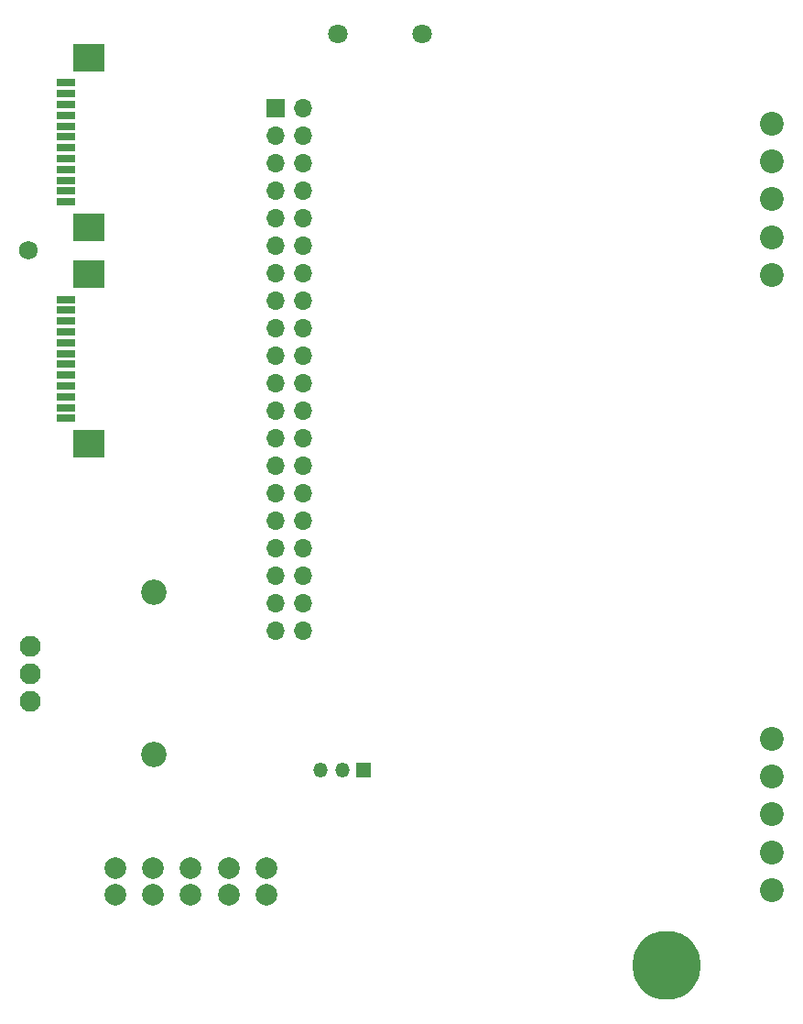
<source format=gbr>
%TF.GenerationSoftware,KiCad,Pcbnew,9.0.0*%
%TF.CreationDate,2025-03-09T08:07:50+03:00*%
%TF.ProjectId,PM_CPU-RP,504d5f43-5055-42d5-9250-2e6b69636164,rev?*%
%TF.SameCoordinates,Original*%
%TF.FileFunction,Soldermask,Bot*%
%TF.FilePolarity,Negative*%
%FSLAX46Y46*%
G04 Gerber Fmt 4.6, Leading zero omitted, Abs format (unit mm)*
G04 Created by KiCad (PCBNEW 9.0.0) date 2025-03-09 08:07:50*
%MOMM*%
%LPD*%
G01*
G04 APERTURE LIST*
%ADD10O,6.350000X6.350000*%
%ADD11C,2.200000*%
%ADD12C,1.800000*%
%ADD13O,1.700000X1.700000*%
%ADD14R,1.700000X1.700000*%
%ADD15R,1.350000X1.350000*%
%ADD16O,1.350000X1.350000*%
%ADD17C,1.950000*%
%ADD18C,1.725000*%
%ADD19C,2.000000*%
%ADD20C,2.350000*%
%ADD21R,1.803400X0.635000*%
%ADD22R,2.997200X2.590800*%
G04 APERTURE END LIST*
D10*
%TO.C,PE1*%
X22000000Y-46000000D03*
%TD*%
D11*
%TO.C,J2*%
X31750000Y17750000D03*
X31750000Y21250000D03*
X31750000Y24750000D03*
X31750000Y28250000D03*
X31750000Y31750000D03*
%TD*%
D12*
%TO.C,J1*%
X-8385000Y40005000D03*
X-635000Y40005000D03*
%TD*%
D13*
%TO.C,D1*%
X-11590000Y33170000D03*
D14*
X-14130000Y33170000D03*
D13*
X-11590000Y30630000D03*
X-14130000Y30630000D03*
X-11590000Y28090000D03*
X-14130000Y28090000D03*
X-11590000Y25550000D03*
X-14130000Y25550000D03*
X-11590000Y23010000D03*
X-14130000Y23010000D03*
X-11590000Y20470000D03*
X-14130000Y20470000D03*
X-11590000Y17930000D03*
X-14130000Y17930000D03*
X-11590000Y15390000D03*
X-14130000Y15390000D03*
X-11590000Y12850000D03*
X-14130000Y12850000D03*
X-11590000Y10310000D03*
X-14130000Y10310000D03*
X-11590000Y7770000D03*
X-14130000Y7770000D03*
X-11590000Y5230000D03*
X-14130000Y5230000D03*
X-11590000Y2690000D03*
X-14130000Y2690000D03*
X-11590000Y150000D03*
X-14130000Y150000D03*
X-11590000Y-2390000D03*
X-14130000Y-2390000D03*
X-11590000Y-4930000D03*
X-14130000Y-4930000D03*
X-11590000Y-7470000D03*
X-14130000Y-7470000D03*
X-11590000Y-10010000D03*
X-14130000Y-10010000D03*
X-11590000Y-12550000D03*
X-14130000Y-12550000D03*
X-11590000Y-15090000D03*
X-14130000Y-15090000D03*
%TD*%
D15*
%TO.C,J11*%
X-6000000Y-28000000D03*
D16*
X-8000000Y-28000000D03*
X-10000000Y-28000000D03*
%TD*%
D17*
%TO.C,J4*%
X-36830000Y-21590000D03*
X-36830000Y-19050000D03*
X-36830000Y-16510000D03*
%TD*%
D18*
%TO.C,U2*%
X-37000000Y20000000D03*
%TD*%
D19*
%TO.C,J3*%
X-29000000Y-37000000D03*
X-25500000Y-37000000D03*
X-22000000Y-37000000D03*
X-18500000Y-37000000D03*
X-15000000Y-37000000D03*
X-29000000Y-39500000D03*
X-25500000Y-39500000D03*
X-22000000Y-39500000D03*
X-18500000Y-39500000D03*
X-15000000Y-39500000D03*
%TD*%
D20*
%TO.C,U1*%
X-25400000Y-26550000D03*
X-25400000Y-11550000D03*
%TD*%
D11*
%TO.C,J12*%
X31750000Y-39060000D03*
X31750000Y-35560000D03*
X31750000Y-32060000D03*
X31750000Y-28560000D03*
X31750000Y-25060000D03*
%TD*%
D21*
%TO.C,J9*%
X-33556000Y35499992D03*
X-33556000Y34499994D03*
X-33556000Y33499996D03*
X-33556000Y32499998D03*
X-33556000Y31500000D03*
X-33556000Y30500000D03*
X-33556000Y29500000D03*
X-33556000Y28500000D03*
X-33556000Y27500002D03*
X-33556000Y26500004D03*
X-33556000Y25500006D03*
X-33556000Y24500008D03*
D22*
X-31385999Y37850003D03*
X-31385999Y22149997D03*
%TD*%
D21*
%TO.C,J8*%
X-33556000Y15499992D03*
X-33556000Y14499994D03*
X-33556000Y13499996D03*
X-33556000Y12499998D03*
X-33556000Y11500000D03*
X-33556000Y10500000D03*
X-33556000Y9500000D03*
X-33556000Y8500000D03*
X-33556000Y7500002D03*
X-33556000Y6500004D03*
X-33556000Y5500006D03*
X-33556000Y4500008D03*
D22*
X-31385999Y17850003D03*
X-31385999Y2149997D03*
%TD*%
M02*

</source>
